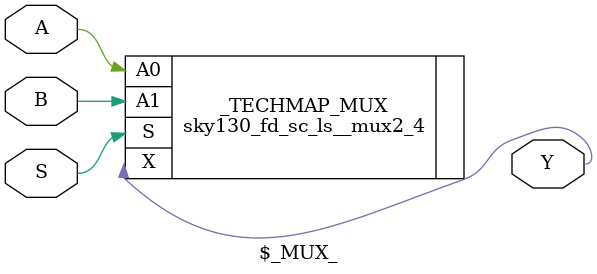
<source format=v>
module \$_MUX_ (
    output Y,
    input A,
    input B,
    input S
    );
  sky130_fd_sc_ls__mux2_4 _TECHMAP_MUX (
      .X(Y),
      .A0(A),
      .A1(B),
      .S(S)
  );
endmodule
</source>
